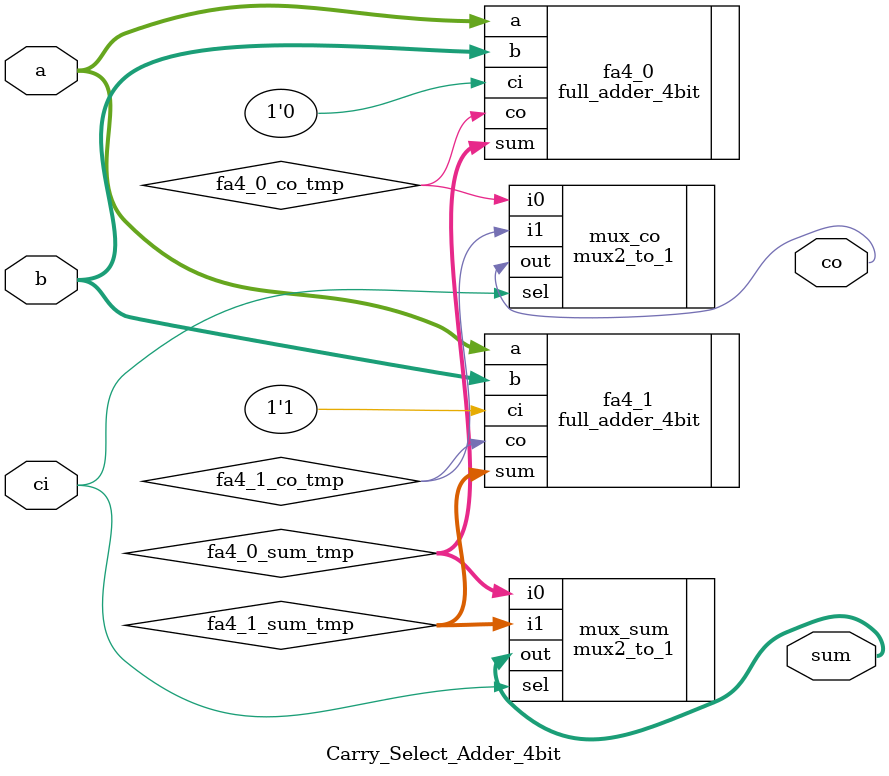
<source format=v>
module Carry_Select_Adder_4bit(a, b, ci, sum, co);

input [3:0] a, b;
input ci;
output [3:0] sum;
output co;

wire [3:0] fa4_0_sum_tmp, fa4_1_sum_tmp;
wire fa4_0_co_tmp, fa4_1_co_tmp;

full_adder_4bit fa4_0(.a(a), .b(b), .ci(1'b0), .sum(fa4_0_sum_tmp), .co(fa4_0_co_tmp));
full_adder_4bit fa4_1(.a(a), .b(b), .ci(1'b1), .sum(fa4_1_sum_tmp), .co(fa4_1_co_tmp));

mux2_to_1 mux_sum(.i0(fa4_0_sum_tmp), .i1(fa4_1_sum_tmp), .sel(ci), .out(sum));
mux2_to_1 mux_co(.i0(fa4_0_co_tmp), .i1(fa4_1_co_tmp), .sel(ci), .out(co));

endmodule

</source>
